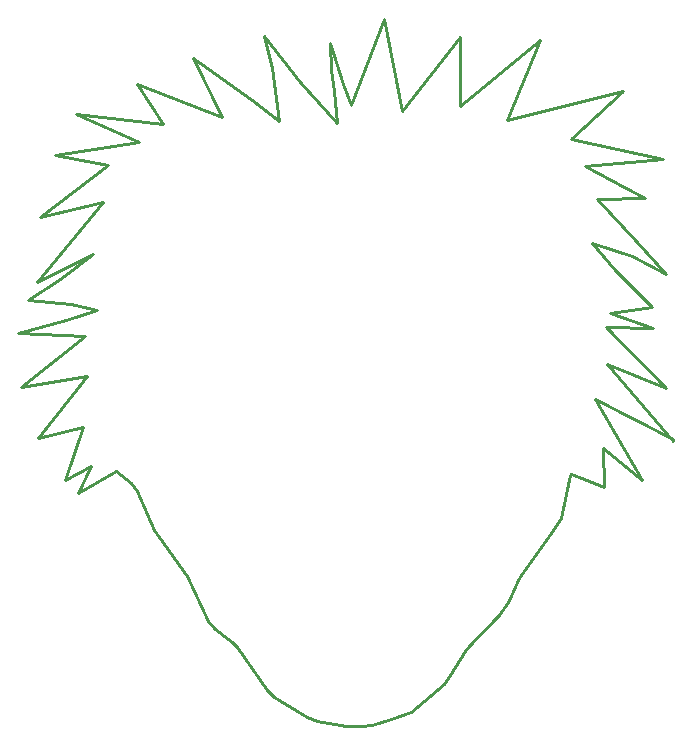
<source format=gko>
G04 Layer: BoardOutlineLayer*
G04 EasyEDA v6.5.50, 2025-05-04 21:41:00*
G04 ca8d08ed92a845228751cf11d91fab5a,29578758438443b98db2ef743fe8f290,10*
G04 Gerber Generator version 0.2*
G04 Scale: 100 percent, Rotated: No, Reflected: No *
G04 Dimensions in millimeters *
G04 leading zeros omitted , absolute positions ,4 integer and 5 decimal *
%FSLAX45Y45*%
%MOMM*%

%ADD10C,0.2540*%
%ADD11C,0.0139*%
D10*
X2039541Y3455093D02*
G01*
X2322672Y3283104D01*
X2401018Y3248205D01*
X2649971Y3212050D01*
X2773288Y3211822D01*
X2773288Y3211822D02*
G01*
X2867223Y3215568D01*
X3031642Y3270491D01*
X3196902Y3330945D01*
X3307717Y3418390D01*
X3481138Y3565748D01*
X3533391Y3642009D01*
X3655095Y3842842D01*
X3692413Y3886144D01*
X3920901Y4120263D01*
X3942433Y4146971D01*
X4019511Y4260204D01*
X4036430Y4289562D01*
X4108239Y4448355D01*
X4129659Y4489389D01*
X4384946Y4841341D01*
X4471466Y4974102D01*
X4544405Y5331086D01*
X4552863Y5339438D01*
X4623544Y5315445D01*
X4838700Y5232400D01*
X4826000Y5562600D01*
X5156200Y5295900D01*
X4762500Y5981700D01*
X5422900Y5638800D01*
X5422900Y5626100D02*
G01*
X4864100Y6273800D01*
X5360875Y6072416D01*
X4851400Y6591300D01*
X5246936Y6583268D01*
X4882344Y6706468D01*
X5245100Y6756400D01*
X4927600Y7073900D01*
X4737100Y7302500D01*
X5068862Y7186940D01*
X5359400Y7035800D01*
X5105400Y7315200D01*
X4775200Y7670800D01*
X5181600Y7683500D01*
X5003800Y7772400D01*
X4673600Y7950200D01*
X5334000Y8013700D01*
X4559300Y8178800D01*
X4998305Y8582670D01*
X4013200Y8343900D01*
X4292600Y9017000D01*
X3619500Y8458200D01*
X3619500Y9042400D01*
X3124200Y8420100D01*
X2971800Y9194800D01*
X2692400Y8470900D01*
X2628900Y8648700D01*
X2514600Y8991600D01*
X2527300Y8763000D01*
X2552700Y8585200D01*
X2578100Y8318500D01*
X2260600Y8661400D01*
X1955800Y9055100D01*
X2025873Y8779055D01*
X2082800Y8331200D01*
X1854200Y8509000D01*
X1358900Y8864600D01*
X1600200Y8369300D01*
X881001Y8648860D01*
X1102916Y8303219D01*
X366768Y8393267D01*
X899208Y8151837D01*
X183642Y8045002D01*
X634479Y7959681D01*
X63500Y7518400D01*
X596900Y7645400D01*
X38100Y6972300D01*
X509686Y7206028D01*
X227180Y6995665D01*
X-38100Y6819900D01*
X320248Y6783989D01*
X546100Y6731000D01*
X276788Y6646148D01*
X-127000Y6540500D01*
X444500Y6515100D01*
X-101600Y6083300D01*
X457200Y6172200D01*
X46756Y5644057D01*
X419788Y5742706D01*
X274637Y5296476D01*
X495038Y5410535D01*
X381137Y5182425D01*
X701024Y5368025D01*
X828601Y5268229D01*
X881763Y5203243D01*
X1028705Y4869141D01*
X1300906Y4477555D01*
X1483723Y4098554D01*
X1544370Y4033669D01*
X1684939Y3923878D01*
X1724626Y3880177D01*
X1981299Y3511903D01*
X2039541Y3455093D01*

%LPD*%
M02*

</source>
